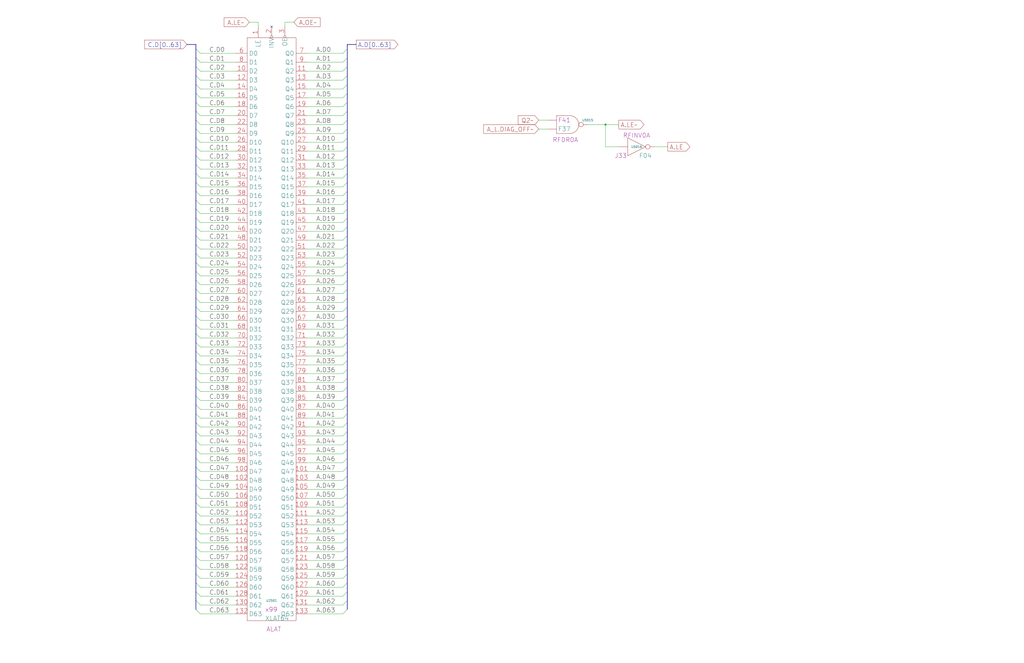
<source format=kicad_sch>
(kicad_sch (version 20230121) (generator eeschema)
  (paper "User" 584.2 378.46)
  (title_block (title "A LATCH") (date "22-MAR-90") (rev "1.0") (comment 1 "VALUE") (comment 2 "232-003063") (comment 3 "S400") (comment 4 "RELEASED"))
  (lib_symbols
    (symbol "r1000:F04" (pin_numbers hide) (pin_names hide)
      (property "Reference" "U" (at 0 0 0))
      (property "Value" "F04" (at 1.27 -5.08 0))
      (property "Location" "___" (at -12.7 -5.08 0))
      (property "Name" "______" (at 0 5.08 0))
      (symbol "F04_0_1"
        (polyline (pts (xy -7.62 0) (xy -5.08 0)) (stroke (width 0.1524)))
        (polyline (pts (xy -5.08 5.08) (xy -5.08 -5.08)) (stroke (width 0.1524)))
        (polyline (pts (xy 5.08 0) (xy -5.08 -5.08)) (stroke (width 0.1524)))
        (polyline (pts (xy 5.08 0) (xy -5.08 5.08)) (stroke (width 0.1524)))
        (circle (center 6.35 0) (radius 1.27) (stroke (width 0.1524)))
      )
      (symbol "F04_1_1"
        (pin input line (at -10.16 0 0) (length 2.54) (name "D0") (number "1"))
        (pin output line (at 10.16 0 180) (length 2.54) (name "Q") (number "2"))
      )
    )
    (symbol "r1000:F37" (pin_numbers hide) (pin_names (offset 0) hide)
      (property "Reference" "U" (at 15.24 0 0))
      (property "Value" "F37" (at 1.905 -5.08 0))
      (property "Location" "___" (at 1.905 0 0))
      (property "Name" "______" (at 2.54 -12.7 0))
      (symbol "F37_0_1"
        (polyline (pts (xy -2.54 -7.62) (xy 5.08 -7.62)) (stroke (width 0.1524)))
        (polyline (pts (xy -2.54 2.54) (xy -2.54 -7.62)) (stroke (width 0.1524)))
        (polyline (pts (xy -2.54 2.54) (xy 5.08 2.54)) (stroke (width 0.1524)))
        (arc (start 5.08 -7.62) (mid 10.1282 -2.54) (end 5.08 2.54) (stroke (width 0.1524)))
        (circle (center 11.43 -2.54) (radius 1.27) (stroke (width 0.1524)))
      )
      (symbol "F37_0_2"
        (circle (center -3.81 -5.08) (radius 1.27) (stroke (width 0.1524)))
        (circle (center -3.81 0) (radius 1.27) (stroke (width 0.1524)))
        (arc (start -3.175 -7.62) (mid -2.134 -2.54) (end -3.175 2.54) (stroke (width 0.1524)))
        (polyline (pts (xy -3.175 -7.62) (xy 3.81 -7.62)) (stroke (width 0.1524)))
        (polyline (pts (xy -3.175 2.54) (xy 3.81 2.54)) (stroke (width 0.1524)))
        (arc (start 3.81 -7.62) (mid 7.5855 -5.8306) (end 10.16 -2.54) (stroke (width 0.1524)))
        (arc (start 10.16 -2.54) (mid 7.5827 0.7471) (end 3.81 2.54) (stroke (width 0.1524)))
      )
      (symbol "F37_1_1"
        (pin input line (at -7.62 0 0) (length 5.08) (name "D0") (number "1"))
        (pin input line (at -7.62 -5.08 0) (length 5.08) (name "D1") (number "2"))
        (pin output line (at 15.24 -2.54 180) (length 2.54) (name "Q") (number "3"))
      )
      (symbol "F37_1_2"
        (pin input line (at -7.62 0 0) (length 2.54) (name "D0") (number "1"))
        (pin input line (at -7.62 -5.08 0) (length 2.54) (name "D1") (number "2"))
        (pin output line (at 15.24 -2.54 180) (length 5.08) (name "Q") (number "3"))
      )
    )
    (symbol "r1000:XLAT64" (pin_names (offset 1.016))
      (property "Reference" "U" (at 2.54 5.08 0))
      (property "Value" "XLAT64" (at -1.27 -5.08 0))
      (property "Location" "___" (at -1.27 0 0))
      (property "Name" "______" (at 3.81 -12.7 0))
      (symbol "XLAT64_1_1"
        (rectangle (start -11.43 326.39) (end 16.51 -6.35))
        (circle (center 2.54 327.025) (radius 0.635))
        (circle (center 10.16 327.025) (radius 0.635))
        (pin input line (at -5.08 332.74 270) (length 6.35) (name "LE") (number "1"))
        (pin input line (at -17.78 307.34 0) (length 6.35) (name "D2") (number "10"))
        (pin input line (at -17.78 78.74 0) (length 6.35) (name "D47") (number "100"))
        (pin tri_state line (at 22.86 78.74 180) (length 6.35) (name "Q47") (number "101"))
        (pin input line (at -17.78 73.66 0) (length 6.35) (name "D48") (number "102"))
        (pin tri_state line (at 22.86 73.66 180) (length 6.35) (name "Q48") (number "103"))
        (pin input line (at -17.78 68.58 0) (length 6.35) (name "D49") (number "104"))
        (pin tri_state line (at 22.86 68.58 180) (length 6.35) (name "Q49") (number "105"))
        (pin input line (at -17.78 63.5 0) (length 6.35) (name "D50") (number "106"))
        (pin tri_state line (at 22.86 63.5 180) (length 6.35) (name "Q50") (number "107"))
        (pin input line (at -17.78 58.42 0) (length 6.35) (name "D51") (number "108"))
        (pin tri_state line (at 22.86 58.42 180) (length 6.35) (name "Q51") (number "109"))
        (pin tri_state line (at 22.86 307.34 180) (length 6.35) (name "Q2") (number "11"))
        (pin input line (at -17.78 53.34 0) (length 6.35) (name "D52") (number "110"))
        (pin tri_state line (at 22.86 53.34 180) (length 6.35) (name "Q52") (number "111"))
        (pin input line (at -17.78 48.26 0) (length 6.35) (name "D53") (number "112"))
        (pin tri_state line (at 22.86 48.26 180) (length 6.35) (name "Q53") (number "113"))
        (pin input line (at -17.78 43.18 0) (length 6.35) (name "D54") (number "114"))
        (pin tri_state line (at 22.86 43.18 180) (length 6.35) (name "Q54") (number "115"))
        (pin input line (at -17.78 38.1 0) (length 6.35) (name "D55") (number "116"))
        (pin tri_state line (at 22.86 38.1 180) (length 6.35) (name "Q55") (number "117"))
        (pin input line (at -17.78 33.02 0) (length 6.35) (name "D56") (number "118"))
        (pin tri_state line (at 22.86 33.02 180) (length 6.35) (name "Q56") (number "119"))
        (pin input line (at -17.78 302.26 0) (length 6.35) (name "D3") (number "12"))
        (pin input line (at -17.78 27.94 0) (length 6.35) (name "D57") (number "120"))
        (pin tri_state line (at 22.86 27.94 180) (length 6.35) (name "Q57") (number "121"))
        (pin input line (at -17.78 22.86 0) (length 6.35) (name "D58") (number "122"))
        (pin tri_state line (at 22.86 22.86 180) (length 6.35) (name "Q58") (number "123"))
        (pin input line (at -17.78 17.78 0) (length 6.35) (name "D59") (number "124"))
        (pin tri_state line (at 22.86 17.78 180) (length 6.35) (name "Q59") (number "125"))
        (pin input line (at -17.78 12.7 0) (length 6.35) (name "D60") (number "126"))
        (pin tri_state line (at 22.86 12.7 180) (length 6.35) (name "Q60") (number "127"))
        (pin input line (at -17.78 7.62 0) (length 6.35) (name "D61") (number "128"))
        (pin tri_state line (at 22.86 7.62 180) (length 6.35) (name "Q61") (number "129"))
        (pin tri_state line (at 22.86 302.26 180) (length 6.35) (name "Q3") (number "13"))
        (pin input line (at -17.78 2.54 0) (length 6.35) (name "D62") (number "130"))
        (pin tri_state line (at 22.86 2.54 180) (length 6.35) (name "Q62") (number "131"))
        (pin input line (at -17.78 -2.54 0) (length 6.35) (name "D63") (number "132"))
        (pin tri_state line (at 22.86 -2.54 180) (length 6.35) (name "Q63") (number "133"))
        (pin input line (at -17.78 297.18 0) (length 6.35) (name "D4") (number "14"))
        (pin tri_state line (at 22.86 297.18 180) (length 6.35) (name "Q4") (number "15"))
        (pin input line (at -17.78 292.1 0) (length 6.35) (name "D5") (number "16"))
        (pin tri_state line (at 22.86 292.1 180) (length 6.35) (name "Q5") (number "17"))
        (pin input line (at -17.78 287.02 0) (length 6.35) (name "D6") (number "18"))
        (pin tri_state line (at 22.86 287.02 180) (length 6.35) (name "Q6") (number "19"))
        (pin input line (at 2.54 332.74 270) (length 5.08) (name "INV") (number "2"))
        (pin input line (at -17.78 281.94 0) (length 6.35) (name "D7") (number "20"))
        (pin tri_state line (at 22.86 281.94 180) (length 6.35) (name "Q7") (number "21"))
        (pin input line (at -17.78 276.86 0) (length 6.35) (name "D8") (number "22"))
        (pin tri_state line (at 22.86 276.86 180) (length 6.35) (name "Q8") (number "23"))
        (pin input line (at -17.78 271.78 0) (length 6.35) (name "D9") (number "24"))
        (pin tri_state line (at 22.86 271.78 180) (length 6.35) (name "Q9") (number "25"))
        (pin input line (at -17.78 266.7 0) (length 6.35) (name "D10") (number "26"))
        (pin tri_state line (at 22.86 266.7 180) (length 6.35) (name "Q10") (number "27"))
        (pin input line (at -17.78 261.62 0) (length 6.35) (name "D11") (number "28"))
        (pin tri_state line (at 22.86 261.62 180) (length 6.35) (name "Q11") (number "29"))
        (pin input line (at 10.16 332.74 270) (length 5.08) (name "OE") (number "3"))
        (pin input line (at -17.78 256.54 0) (length 6.35) (name "D12") (number "30"))
        (pin tri_state line (at 22.86 256.54 180) (length 6.35) (name "Q12") (number "31"))
        (pin input line (at -17.78 251.46 0) (length 6.35) (name "D13") (number "32"))
        (pin tri_state line (at 22.86 251.46 180) (length 6.35) (name "Q13") (number "33"))
        (pin input line (at -17.78 246.38 0) (length 6.35) (name "D14") (number "34"))
        (pin tri_state line (at 22.86 246.38 180) (length 6.35) (name "Q14") (number "35"))
        (pin input line (at -17.78 241.3 0) (length 6.35) (name "D15") (number "36"))
        (pin tri_state line (at 22.86 241.3 180) (length 6.35) (name "Q15") (number "37"))
        (pin input line (at -17.78 236.22 0) (length 6.35) (name "D16") (number "38"))
        (pin tri_state line (at 22.86 236.22 180) (length 6.35) (name "Q16") (number "39"))
        (pin input line (at -17.78 231.14 0) (length 6.35) (name "D17") (number "40"))
        (pin tri_state line (at 22.86 231.14 180) (length 6.35) (name "Q17") (number "41"))
        (pin input line (at -17.78 226.06 0) (length 6.35) (name "D18") (number "42"))
        (pin tri_state line (at 22.86 226.06 180) (length 6.35) (name "Q18") (number "43"))
        (pin input line (at -17.78 220.98 0) (length 6.35) (name "D19") (number "44"))
        (pin tri_state line (at 22.86 220.98 180) (length 6.35) (name "Q19") (number "45"))
        (pin input line (at -17.78 215.9 0) (length 6.35) (name "D20") (number "46"))
        (pin tri_state line (at 22.86 215.9 180) (length 6.35) (name "Q20") (number "47"))
        (pin input line (at -17.78 210.82 0) (length 6.35) (name "D21") (number "48"))
        (pin tri_state line (at 22.86 210.82 180) (length 6.35) (name "Q21") (number "49"))
        (pin input line (at -17.78 205.74 0) (length 6.35) (name "D22") (number "50"))
        (pin tri_state line (at 22.86 205.74 180) (length 6.35) (name "Q22") (number "51"))
        (pin input line (at -17.78 200.66 0) (length 6.35) (name "D23") (number "52"))
        (pin tri_state line (at 22.86 200.66 180) (length 6.35) (name "Q23") (number "53"))
        (pin input line (at -17.78 195.58 0) (length 6.35) (name "D24") (number "54"))
        (pin tri_state line (at 22.86 195.58 180) (length 6.35) (name "Q24") (number "55"))
        (pin input line (at -17.78 190.5 0) (length 6.35) (name "D25") (number "56"))
        (pin tri_state line (at 22.86 190.5 180) (length 6.35) (name "Q25") (number "57"))
        (pin input line (at -17.78 185.42 0) (length 6.35) (name "D26") (number "58"))
        (pin tri_state line (at 22.86 185.42 180) (length 6.35) (name "Q26") (number "59"))
        (pin input line (at -17.78 317.5 0) (length 6.35) (name "D0") (number "6"))
        (pin input line (at -17.78 180.34 0) (length 6.35) (name "D27") (number "60"))
        (pin tri_state line (at 22.86 180.34 180) (length 6.35) (name "Q27") (number "61"))
        (pin input line (at -17.78 175.26 0) (length 6.35) (name "D28") (number "62"))
        (pin tri_state line (at 22.86 175.26 180) (length 6.35) (name "Q28") (number "63"))
        (pin input line (at -17.78 170.18 0) (length 6.35) (name "D29") (number "64"))
        (pin tri_state line (at 22.86 170.18 180) (length 6.35) (name "Q29") (number "65"))
        (pin input line (at -17.78 165.1 0) (length 6.35) (name "D30") (number "66"))
        (pin tri_state line (at 22.86 165.1 180) (length 6.35) (name "Q30") (number "67"))
        (pin input line (at -17.78 160.02 0) (length 6.35) (name "D31") (number "68"))
        (pin tri_state line (at 22.86 160.02 180) (length 6.35) (name "Q31") (number "69"))
        (pin tri_state line (at 22.86 317.5 180) (length 6.35) (name "Q0") (number "7"))
        (pin input line (at -17.78 154.94 0) (length 6.35) (name "D32") (number "70"))
        (pin tri_state line (at 22.86 154.94 180) (length 6.35) (name "Q32") (number "71"))
        (pin input line (at -17.78 149.86 0) (length 6.35) (name "D33") (number "72"))
        (pin tri_state line (at 22.86 149.86 180) (length 6.35) (name "Q33") (number "73"))
        (pin input line (at -17.78 144.78 0) (length 6.35) (name "D34") (number "74"))
        (pin tri_state line (at 22.86 144.78 180) (length 6.35) (name "Q34") (number "75"))
        (pin input line (at -17.78 139.7 0) (length 6.35) (name "D35") (number "76"))
        (pin tri_state line (at 22.86 139.7 180) (length 6.35) (name "Q35") (number "77"))
        (pin input line (at -17.78 134.62 0) (length 6.35) (name "D36") (number "78"))
        (pin tri_state line (at 22.86 134.62 180) (length 6.35) (name "Q36") (number "79"))
        (pin input line (at -17.78 312.42 0) (length 6.35) (name "D1") (number "8"))
        (pin input line (at -17.78 129.54 0) (length 6.35) (name "D37") (number "80"))
        (pin tri_state line (at 22.86 129.54 180) (length 6.35) (name "Q37") (number "81"))
        (pin input line (at -17.78 124.46 0) (length 6.35) (name "D38") (number "82"))
        (pin tri_state line (at 22.86 124.46 180) (length 6.35) (name "Q38") (number "83"))
        (pin input line (at -17.78 119.38 0) (length 6.35) (name "D39") (number "84"))
        (pin tri_state line (at 22.86 119.38 180) (length 6.35) (name "Q39") (number "85"))
        (pin input line (at -17.78 114.3 0) (length 6.35) (name "D40") (number "86"))
        (pin tri_state line (at 22.86 114.3 180) (length 6.35) (name "Q40") (number "87"))
        (pin input line (at -17.78 109.22 0) (length 6.35) (name "D41") (number "88"))
        (pin tri_state line (at 22.86 109.22 180) (length 6.35) (name "Q41") (number "89"))
        (pin tri_state line (at 22.86 312.42 180) (length 6.35) (name "Q1") (number "9"))
        (pin input line (at -17.78 104.14 0) (length 6.35) (name "D42") (number "90"))
        (pin tri_state line (at 22.86 104.14 180) (length 6.35) (name "Q42") (number "91"))
        (pin input line (at -17.78 99.06 0) (length 6.35) (name "D43") (number "92"))
        (pin tri_state line (at 22.86 99.06 180) (length 6.35) (name "Q43") (number "93"))
        (pin input line (at -17.78 93.98 0) (length 6.35) (name "D44") (number "94"))
        (pin tri_state line (at 22.86 93.98 180) (length 6.35) (name "Q44") (number "95"))
        (pin input line (at -17.78 88.9 0) (length 6.35) (name "D45") (number "96"))
        (pin tri_state line (at 22.86 88.9 180) (length 6.35) (name "Q45") (number "97"))
        (pin input line (at -17.78 83.82 0) (length 6.35) (name "D46") (number "98"))
        (pin tri_state line (at 22.86 83.82 180) (length 6.35) (name "Q46") (number "99"))
      )
    )
  )
  (junction (at 345.44 71.12))
  (no_connect (at 154.94 15.24))
  (bus_entry (at 111.76 38.1) (size 2.54 2.54))
  (bus_entry (at 111.76 210.82) (size 2.54 2.54))
  (bus_entry (at 111.76 63.5) (size 2.54 2.54))
  (bus_entry (at 198.12 78.74) (size -2.54 2.54))
  (bus_entry (at 111.76 185.42) (size 2.54 2.54))
  (bus_entry (at 198.12 332.74) (size -2.54 2.54))
  (bus_entry (at 111.76 99.06) (size 2.54 2.54))
  (bus_entry (at 111.76 180.34) (size 2.54 2.54))
  (bus_entry (at 111.76 33.02) (size 2.54 2.54))
  (bus_entry (at 111.76 190.5) (size 2.54 2.54))
  (bus_entry (at 111.76 200.66) (size 2.54 2.54))
  (bus_entry (at 198.12 266.7) (size -2.54 2.54))
  (bus_entry (at 111.76 342.9) (size 2.54 2.54))
  (bus_entry (at 111.76 175.26) (size 2.54 2.54))
  (bus_entry (at 198.12 205.74) (size -2.54 2.54))
  (bus_entry (at 111.76 251.46) (size 2.54 2.54))
  (bus_entry (at 198.12 124.46) (size -2.54 2.54))
  (bus_entry (at 111.76 48.26) (size 2.54 2.54))
  (bus_entry (at 198.12 190.5) (size -2.54 2.54))
  (bus_entry (at 198.12 195.58) (size -2.54 2.54))
  (bus_entry (at 198.12 347.98) (size -2.54 2.54))
  (bus_entry (at 198.12 58.42) (size -2.54 2.54))
  (bus_entry (at 111.76 170.18) (size 2.54 2.54))
  (bus_entry (at 198.12 104.14) (size -2.54 2.54))
  (bus_entry (at 111.76 160.02) (size 2.54 2.54))
  (bus_entry (at 198.12 134.62) (size -2.54 2.54))
  (bus_entry (at 111.76 292.1) (size 2.54 2.54))
  (bus_entry (at 111.76 261.62) (size 2.54 2.54))
  (bus_entry (at 111.76 109.22) (size 2.54 2.54))
  (bus_entry (at 111.76 256.54) (size 2.54 2.54))
  (bus_entry (at 111.76 93.98) (size 2.54 2.54))
  (bus_entry (at 111.76 205.74) (size 2.54 2.54))
  (bus_entry (at 198.12 160.02) (size -2.54 2.54))
  (bus_entry (at 198.12 322.58) (size -2.54 2.54))
  (bus_entry (at 111.76 287.02) (size 2.54 2.54))
  (bus_entry (at 198.12 139.7) (size -2.54 2.54))
  (bus_entry (at 111.76 149.86) (size 2.54 2.54))
  (bus_entry (at 198.12 48.26) (size -2.54 2.54))
  (bus_entry (at 198.12 220.98) (size -2.54 2.54))
  (bus_entry (at 111.76 246.38) (size 2.54 2.54))
  (bus_entry (at 198.12 180.34) (size -2.54 2.54))
  (bus_entry (at 111.76 281.94) (size 2.54 2.54))
  (bus_entry (at 198.12 241.3) (size -2.54 2.54))
  (bus_entry (at 198.12 129.54) (size -2.54 2.54))
  (bus_entry (at 111.76 165.1) (size 2.54 2.54))
  (bus_entry (at 111.76 53.34) (size 2.54 2.54))
  (bus_entry (at 111.76 312.42) (size 2.54 2.54))
  (bus_entry (at 111.76 83.82) (size 2.54 2.54))
  (bus_entry (at 198.12 109.22) (size -2.54 2.54))
  (bus_entry (at 111.76 271.78) (size 2.54 2.54))
  (bus_entry (at 111.76 104.14) (size 2.54 2.54))
  (bus_entry (at 198.12 170.18) (size -2.54 2.54))
  (bus_entry (at 111.76 78.74) (size 2.54 2.54))
  (bus_entry (at 198.12 276.86) (size -2.54 2.54))
  (bus_entry (at 198.12 175.26) (size -2.54 2.54))
  (bus_entry (at 198.12 33.02) (size -2.54 2.54))
  (bus_entry (at 198.12 327.66) (size -2.54 2.54))
  (bus_entry (at 111.76 337.82) (size 2.54 2.54))
  (bus_entry (at 111.76 139.7) (size 2.54 2.54))
  (bus_entry (at 198.12 271.78) (size -2.54 2.54))
  (bus_entry (at 111.76 68.58) (size 2.54 2.54))
  (bus_entry (at 198.12 27.94) (size -2.54 2.54))
  (bus_entry (at 198.12 342.9) (size -2.54 2.54))
  (bus_entry (at 198.12 93.98) (size -2.54 2.54))
  (bus_entry (at 198.12 317.5) (size -2.54 2.54))
  (bus_entry (at 198.12 287.02) (size -2.54 2.54))
  (bus_entry (at 198.12 200.66) (size -2.54 2.54))
  (bus_entry (at 111.76 124.46) (size 2.54 2.54))
  (bus_entry (at 111.76 119.38) (size 2.54 2.54))
  (bus_entry (at 198.12 302.26) (size -2.54 2.54))
  (bus_entry (at 198.12 231.14) (size -2.54 2.54))
  (bus_entry (at 198.12 38.1) (size -2.54 2.54))
  (bus_entry (at 198.12 307.34) (size -2.54 2.54))
  (bus_entry (at 111.76 144.78) (size 2.54 2.54))
  (bus_entry (at 198.12 144.78) (size -2.54 2.54))
  (bus_entry (at 111.76 220.98) (size 2.54 2.54))
  (bus_entry (at 198.12 165.1) (size -2.54 2.54))
  (bus_entry (at 111.76 215.9) (size 2.54 2.54))
  (bus_entry (at 111.76 231.14) (size 2.54 2.54))
  (bus_entry (at 198.12 337.82) (size -2.54 2.54))
  (bus_entry (at 198.12 99.06) (size -2.54 2.54))
  (bus_entry (at 111.76 307.34) (size 2.54 2.54))
  (bus_entry (at 111.76 226.06) (size 2.54 2.54))
  (bus_entry (at 111.76 317.5) (size 2.54 2.54))
  (bus_entry (at 198.12 312.42) (size -2.54 2.54))
  (bus_entry (at 198.12 83.82) (size -2.54 2.54))
  (bus_entry (at 198.12 246.38) (size -2.54 2.54))
  (bus_entry (at 111.76 195.58) (size 2.54 2.54))
  (bus_entry (at 198.12 53.34) (size -2.54 2.54))
  (bus_entry (at 198.12 297.18) (size -2.54 2.54))
  (bus_entry (at 111.76 27.94) (size 2.54 2.54))
  (bus_entry (at 111.76 73.66) (size 2.54 2.54))
  (bus_entry (at 111.76 129.54) (size 2.54 2.54))
  (bus_entry (at 111.76 297.18) (size 2.54 2.54))
  (bus_entry (at 111.76 236.22) (size 2.54 2.54))
  (bus_entry (at 198.12 292.1) (size -2.54 2.54))
  (bus_entry (at 198.12 236.22) (size -2.54 2.54))
  (bus_entry (at 111.76 241.3) (size 2.54 2.54))
  (bus_entry (at 198.12 114.3) (size -2.54 2.54))
  (bus_entry (at 111.76 114.3) (size 2.54 2.54))
  (bus_entry (at 198.12 185.42) (size -2.54 2.54))
  (bus_entry (at 111.76 347.98) (size 2.54 2.54))
  (bus_entry (at 111.76 276.86) (size 2.54 2.54))
  (bus_entry (at 111.76 322.58) (size 2.54 2.54))
  (bus_entry (at 111.76 134.62) (size 2.54 2.54))
  (bus_entry (at 111.76 327.66) (size 2.54 2.54))
  (bus_entry (at 198.12 88.9) (size -2.54 2.54))
  (bus_entry (at 198.12 149.86) (size -2.54 2.54))
  (bus_entry (at 198.12 154.94) (size -2.54 2.54))
  (bus_entry (at 198.12 119.38) (size -2.54 2.54))
  (bus_entry (at 111.76 266.7) (size 2.54 2.54))
  (bus_entry (at 111.76 302.26) (size 2.54 2.54))
  (bus_entry (at 111.76 43.18) (size 2.54 2.54))
  (bus_entry (at 111.76 88.9) (size 2.54 2.54))
  (bus_entry (at 198.12 215.9) (size -2.54 2.54))
  (bus_entry (at 198.12 251.46) (size -2.54 2.54))
  (bus_entry (at 111.76 58.42) (size 2.54 2.54))
  (bus_entry (at 198.12 73.66) (size -2.54 2.54))
  (bus_entry (at 198.12 68.58) (size -2.54 2.54))
  (bus_entry (at 198.12 281.94) (size -2.54 2.54))
  (bus_entry (at 198.12 256.54) (size -2.54 2.54))
  (bus_entry (at 111.76 154.94) (size 2.54 2.54))
  (bus_entry (at 198.12 210.82) (size -2.54 2.54))
  (bus_entry (at 198.12 43.18) (size -2.54 2.54))
  (bus_entry (at 198.12 261.62) (size -2.54 2.54))
  (bus_entry (at 198.12 63.5) (size -2.54 2.54))
  (bus_entry (at 111.76 332.74) (size 2.54 2.54))
  (bus_entry (at 198.12 226.06) (size -2.54 2.54))
  (bus (pts (xy 111.76 266.7) (xy 111.76 271.78)))
  (bus (pts (xy 111.76 154.94) (xy 111.76 160.02)))
  (wire (pts (xy 114.3 127) (xy 134.62 127)))
  (wire (pts (xy 175.26 60.96) (xy 195.58 60.96)))
  (bus (pts (xy 198.12 160.02) (xy 198.12 165.1)))
  (wire (pts (xy 114.3 274.32) (xy 134.62 274.32)))
  (bus (pts (xy 111.76 307.34) (xy 111.76 312.42)))
  (bus (pts (xy 111.76 185.42) (xy 111.76 190.5)))
  (wire (pts (xy 114.3 350.52) (xy 134.62 350.52)))
  (wire (pts (xy 114.3 60.96) (xy 134.62 60.96)))
  (bus (pts (xy 198.12 332.74) (xy 198.12 337.82)))
  (wire (pts (xy 114.3 304.8) (xy 134.62 304.8)))
  (bus (pts (xy 111.76 281.94) (xy 111.76 287.02)))
  (bus (pts (xy 198.12 63.5) (xy 198.12 68.58)))
  (wire (pts (xy 114.3 218.44) (xy 134.62 218.44)))
  (wire (pts (xy 114.3 45.72) (xy 134.62 45.72)))
  (wire (pts (xy 175.26 208.28) (xy 195.58 208.28)))
  (bus (pts (xy 111.76 220.98) (xy 111.76 226.06)))
  (wire (pts (xy 114.3 35.56) (xy 134.62 35.56)))
  (bus (pts (xy 111.76 195.58) (xy 111.76 200.66)))
  (wire (pts (xy 114.3 162.56) (xy 134.62 162.56)))
  (wire (pts (xy 175.26 259.08) (xy 195.58 259.08)))
  (wire (pts (xy 175.26 50.8) (xy 195.58 50.8)))
  (bus (pts (xy 111.76 215.9) (xy 111.76 220.98)))
  (wire (pts (xy 175.26 147.32) (xy 195.58 147.32)))
  (wire (pts (xy 114.3 279.4) (xy 134.62 279.4)))
  (wire (pts (xy 175.26 45.72) (xy 195.58 45.72)))
  (wire (pts (xy 114.3 238.76) (xy 134.62 238.76)))
  (wire (pts (xy 175.26 335.28) (xy 195.58 335.28)))
  (bus (pts (xy 111.76 292.1) (xy 111.76 297.18)))
  (bus (pts (xy 198.12 297.18) (xy 198.12 302.26)))
  (wire (pts (xy 175.26 325.12) (xy 195.58 325.12)))
  (wire (pts (xy 114.3 96.52) (xy 134.62 96.52)))
  (bus (pts (xy 198.12 27.94) (xy 198.12 33.02)))
  (bus (pts (xy 198.12 281.94) (xy 198.12 287.02)))
  (wire (pts (xy 114.3 66.04) (xy 134.62 66.04)))
  (bus (pts (xy 111.76 241.3) (xy 111.76 246.38)))
  (wire (pts (xy 175.26 314.96) (xy 195.58 314.96)))
  (wire (pts (xy 114.3 152.4) (xy 134.62 152.4)))
  (bus (pts (xy 111.76 205.74) (xy 111.76 210.82)))
  (bus (pts (xy 198.12 58.42) (xy 198.12 63.5)))
  (wire (pts (xy 175.26 142.24) (xy 195.58 142.24)))
  (bus (pts (xy 106.68 25.4) (xy 111.76 25.4)))
  (wire (pts (xy 175.26 274.32) (xy 195.58 274.32)))
  (bus (pts (xy 198.12 53.34) (xy 198.12 58.42)))
  (bus (pts (xy 198.12 185.42) (xy 198.12 190.5)))
  (wire (pts (xy 147.32 12.7) (xy 147.32 15.24)))
  (bus (pts (xy 198.12 327.66) (xy 198.12 332.74)))
  (wire (pts (xy 175.26 254) (xy 195.58 254)))
  (bus (pts (xy 111.76 256.54) (xy 111.76 261.62)))
  (wire (pts (xy 175.26 187.96) (xy 195.58 187.96)))
  (bus (pts (xy 111.76 109.22) (xy 111.76 114.3)))
  (bus (pts (xy 198.12 78.74) (xy 198.12 83.82)))
  (bus (pts (xy 198.12 322.58) (xy 198.12 327.66)))
  (bus (pts (xy 111.76 297.18) (xy 111.76 302.26)))
  (bus (pts (xy 198.12 25.4) (xy 198.12 27.94)))
  (bus (pts (xy 111.76 83.82) (xy 111.76 88.9)))
  (wire (pts (xy 175.26 71.12) (xy 195.58 71.12)))
  (wire (pts (xy 175.26 91.44) (xy 195.58 91.44)))
  (wire (pts (xy 175.26 66.04) (xy 195.58 66.04)))
  (wire (pts (xy 175.26 269.24) (xy 195.58 269.24)))
  (wire (pts (xy 114.3 289.56) (xy 134.62 289.56)))
  (wire (pts (xy 114.3 259.08) (xy 134.62 259.08)))
  (wire (pts (xy 175.26 172.72) (xy 195.58 172.72)))
  (bus (pts (xy 111.76 200.66) (xy 111.76 205.74)))
  (wire (pts (xy 167.64 12.7) (xy 162.56 12.7)))
  (wire (pts (xy 175.26 106.68) (xy 195.58 106.68)))
  (wire (pts (xy 114.3 157.48) (xy 134.62 157.48)))
  (bus (pts (xy 111.76 68.58) (xy 111.76 73.66)))
  (wire (pts (xy 114.3 40.64) (xy 134.62 40.64)))
  (wire (pts (xy 114.3 132.08) (xy 134.62 132.08)))
  (wire (pts (xy 114.3 198.12) (xy 134.62 198.12)))
  (wire (pts (xy 114.3 86.36) (xy 134.62 86.36)))
  (wire (pts (xy 175.26 279.4) (xy 195.58 279.4)))
  (bus (pts (xy 198.12 38.1) (xy 198.12 43.18)))
  (bus (pts (xy 111.76 33.02) (xy 111.76 38.1)))
  (wire (pts (xy 114.3 50.8) (xy 134.62 50.8)))
  (wire (pts (xy 114.3 182.88) (xy 134.62 182.88)))
  (wire (pts (xy 175.26 177.8) (xy 195.58 177.8)))
  (wire (pts (xy 114.3 269.24) (xy 134.62 269.24)))
  (wire (pts (xy 114.3 330.2) (xy 134.62 330.2)))
  (wire (pts (xy 114.3 254) (xy 134.62 254)))
  (wire (pts (xy 175.26 350.52) (xy 195.58 350.52)))
  (wire (pts (xy 175.26 137.16) (xy 195.58 137.16)))
  (bus (pts (xy 111.76 114.3) (xy 111.76 119.38)))
  (bus (pts (xy 111.76 124.46) (xy 111.76 129.54)))
  (wire (pts (xy 114.3 223.52) (xy 134.62 223.52)))
  (wire (pts (xy 175.26 299.72) (xy 195.58 299.72)))
  (bus (pts (xy 111.76 78.74) (xy 111.76 83.82)))
  (bus (pts (xy 198.12 43.18) (xy 198.12 48.26)))
  (bus (pts (xy 198.12 124.46) (xy 198.12 129.54)))
  (bus (pts (xy 111.76 134.62) (xy 111.76 139.7)))
  (wire (pts (xy 345.44 71.12) (xy 345.44 83.82)))
  (bus (pts (xy 111.76 25.4) (xy 111.76 27.94)))
  (wire (pts (xy 175.26 203.2) (xy 195.58 203.2)))
  (wire (pts (xy 114.3 91.44) (xy 134.62 91.44)))
  (wire (pts (xy 175.26 294.64) (xy 195.58 294.64)))
  (wire (pts (xy 114.3 187.96) (xy 134.62 187.96)))
  (wire (pts (xy 175.26 248.92) (xy 195.58 248.92)))
  (bus (pts (xy 111.76 63.5) (xy 111.76 68.58)))
  (wire (pts (xy 175.26 121.92) (xy 195.58 121.92)))
  (bus (pts (xy 198.12 88.9) (xy 198.12 93.98)))
  (wire (pts (xy 175.26 284.48) (xy 195.58 284.48)))
  (bus (pts (xy 198.12 261.62) (xy 198.12 266.7)))
  (wire (pts (xy 114.3 208.28) (xy 134.62 208.28)))
  (wire (pts (xy 114.3 335.28) (xy 134.62 335.28)))
  (wire (pts (xy 162.56 12.7) (xy 162.56 15.24)))
  (wire (pts (xy 175.26 127) (xy 195.58 127)))
  (bus (pts (xy 111.76 271.78) (xy 111.76 276.86)))
  (bus (pts (xy 111.76 302.26) (xy 111.76 307.34)))
  (wire (pts (xy 114.3 309.88) (xy 134.62 309.88)))
  (wire (pts (xy 175.26 213.36) (xy 195.58 213.36)))
  (bus (pts (xy 198.12 134.62) (xy 198.12 139.7)))
  (wire (pts (xy 373.38 83.82) (xy 381 83.82)))
  (bus (pts (xy 198.12 271.78) (xy 198.12 276.86)))
  (wire (pts (xy 175.26 193.04) (xy 195.58 193.04)))
  (bus (pts (xy 111.76 99.06) (xy 111.76 104.14)))
  (bus (pts (xy 198.12 73.66) (xy 198.12 78.74)))
  (wire (pts (xy 114.3 193.04) (xy 134.62 193.04)))
  (bus (pts (xy 111.76 246.38) (xy 111.76 251.46)))
  (wire (pts (xy 175.26 96.52) (xy 195.58 96.52)))
  (bus (pts (xy 198.12 215.9) (xy 198.12 220.98)))
  (bus (pts (xy 111.76 119.38) (xy 111.76 124.46)))
  (wire (pts (xy 114.3 116.84) (xy 134.62 116.84)))
  (bus (pts (xy 111.76 251.46) (xy 111.76 256.54)))
  (bus (pts (xy 198.12 312.42) (xy 198.12 317.5)))
  (bus (pts (xy 198.12 144.78) (xy 198.12 149.86)))
  (bus (pts (xy 111.76 236.22) (xy 111.76 241.3)))
  (bus (pts (xy 198.12 246.38) (xy 198.12 251.46)))
  (bus (pts (xy 198.12 48.26) (xy 198.12 53.34)))
  (bus (pts (xy 111.76 43.18) (xy 111.76 48.26)))
  (bus (pts (xy 198.12 251.46) (xy 198.12 256.54)))
  (bus (pts (xy 198.12 170.18) (xy 198.12 175.26)))
  (bus (pts (xy 111.76 139.7) (xy 111.76 144.78)))
  (wire (pts (xy 175.26 167.64) (xy 195.58 167.64)))
  (bus (pts (xy 198.12 220.98) (xy 198.12 226.06)))
  (wire (pts (xy 114.3 314.96) (xy 134.62 314.96)))
  (bus (pts (xy 111.76 160.02) (xy 111.76 165.1)))
  (bus (pts (xy 111.76 276.86) (xy 111.76 281.94)))
  (wire (pts (xy 114.3 76.2) (xy 134.62 76.2)))
  (bus (pts (xy 111.76 165.1) (xy 111.76 170.18)))
  (bus (pts (xy 198.12 307.34) (xy 198.12 312.42)))
  (bus (pts (xy 198.12 302.26) (xy 198.12 307.34)))
  (bus (pts (xy 111.76 327.66) (xy 111.76 332.74)))
  (wire (pts (xy 114.3 203.2) (xy 134.62 203.2)))
  (wire (pts (xy 114.3 55.88) (xy 134.62 55.88)))
  (wire (pts (xy 175.26 162.56) (xy 195.58 162.56)))
  (bus (pts (xy 198.12 93.98) (xy 198.12 99.06)))
  (wire (pts (xy 175.26 340.36) (xy 195.58 340.36)))
  (wire (pts (xy 307.34 68.58) (xy 312.42 68.58)))
  (bus (pts (xy 111.76 170.18) (xy 111.76 175.26)))
  (bus (pts (xy 111.76 261.62) (xy 111.76 266.7)))
  (wire (pts (xy 114.3 106.68) (xy 134.62 106.68)))
  (wire (pts (xy 175.26 238.76) (xy 195.58 238.76)))
  (wire (pts (xy 114.3 101.6) (xy 134.62 101.6)))
  (bus (pts (xy 198.12 256.54) (xy 198.12 261.62)))
  (wire (pts (xy 175.26 330.2) (xy 195.58 330.2)))
  (bus (pts (xy 111.76 144.78) (xy 111.76 149.86)))
  (bus (pts (xy 111.76 287.02) (xy 111.76 292.1)))
  (wire (pts (xy 142.24 12.7) (xy 147.32 12.7)))
  (bus (pts (xy 111.76 104.14) (xy 111.76 109.22)))
  (bus (pts (xy 111.76 53.34) (xy 111.76 58.42)))
  (bus (pts (xy 198.12 33.02) (xy 198.12 38.1)))
  (wire (pts (xy 114.3 71.12) (xy 134.62 71.12)))
  (bus (pts (xy 198.12 180.34) (xy 198.12 185.42)))
  (wire (pts (xy 175.26 345.44) (xy 195.58 345.44)))
  (bus (pts (xy 111.76 190.5) (xy 111.76 195.58)))
  (bus (pts (xy 111.76 73.66) (xy 111.76 78.74)))
  (wire (pts (xy 114.3 294.64) (xy 134.62 294.64)))
  (bus (pts (xy 198.12 292.1) (xy 198.12 297.18)))
  (bus (pts (xy 198.12 119.38) (xy 198.12 124.46)))
  (bus (pts (xy 203.2 25.4) (xy 198.12 25.4)))
  (bus (pts (xy 111.76 312.42) (xy 111.76 317.5)))
  (wire (pts (xy 175.26 55.88) (xy 195.58 55.88)))
  (wire (pts (xy 114.3 172.72) (xy 134.62 172.72)))
  (bus (pts (xy 111.76 332.74) (xy 111.76 337.82)))
  (wire (pts (xy 114.3 299.72) (xy 134.62 299.72)))
  (bus (pts (xy 198.12 342.9) (xy 198.12 347.98)))
  (wire (pts (xy 114.3 264.16) (xy 134.62 264.16)))
  (wire (pts (xy 114.3 213.36) (xy 134.62 213.36)))
  (wire (pts (xy 114.3 228.6) (xy 134.62 228.6)))
  (bus (pts (xy 198.12 337.82) (xy 198.12 342.9)))
  (wire (pts (xy 175.26 132.08) (xy 195.58 132.08)))
  (bus (pts (xy 111.76 149.86) (xy 111.76 154.94)))
  (wire (pts (xy 114.3 345.44) (xy 134.62 345.44)))
  (wire (pts (xy 114.3 284.48) (xy 134.62 284.48)))
  (wire (pts (xy 175.26 309.88) (xy 195.58 309.88)))
  (bus (pts (xy 111.76 231.14) (xy 111.76 236.22)))
  (wire (pts (xy 175.26 116.84) (xy 195.58 116.84)))
  (wire (pts (xy 114.3 30.48) (xy 134.62 30.48)))
  (bus (pts (xy 111.76 317.5) (xy 111.76 322.58)))
  (wire (pts (xy 114.3 167.64) (xy 134.62 167.64)))
  (bus (pts (xy 198.12 175.26) (xy 198.12 180.34)))
  (bus (pts (xy 111.76 342.9) (xy 111.76 347.98)))
  (bus (pts (xy 111.76 58.42) (xy 111.76 63.5)))
  (bus (pts (xy 111.76 38.1) (xy 111.76 43.18)))
  (bus (pts (xy 198.12 195.58) (xy 198.12 200.66)))
  (bus (pts (xy 198.12 266.7) (xy 198.12 271.78)))
  (bus (pts (xy 198.12 83.82) (xy 198.12 88.9)))
  (wire (pts (xy 175.26 152.4) (xy 195.58 152.4)))
  (bus (pts (xy 198.12 210.82) (xy 198.12 215.9)))
  (wire (pts (xy 114.3 248.92) (xy 134.62 248.92)))
  (wire (pts (xy 114.3 81.28) (xy 134.62 81.28)))
  (bus (pts (xy 111.76 226.06) (xy 111.76 231.14)))
  (bus (pts (xy 198.12 149.86) (xy 198.12 154.94)))
  (bus (pts (xy 198.12 104.14) (xy 198.12 109.22)))
  (wire (pts (xy 114.3 147.32) (xy 134.62 147.32)))
  (wire (pts (xy 175.26 182.88) (xy 195.58 182.88)))
  (bus (pts (xy 198.12 317.5) (xy 198.12 322.58)))
  (wire (pts (xy 175.26 111.76) (xy 195.58 111.76)))
  (wire (pts (xy 175.26 81.28) (xy 195.58 81.28)))
  (wire (pts (xy 175.26 40.64) (xy 195.58 40.64)))
  (bus (pts (xy 111.76 175.26) (xy 111.76 180.34)))
  (wire (pts (xy 345.44 71.12) (xy 353.06 71.12)))
  (wire (pts (xy 175.26 289.56) (xy 195.58 289.56)))
  (bus (pts (xy 198.12 139.7) (xy 198.12 144.78)))
  (bus (pts (xy 198.12 226.06) (xy 198.12 231.14)))
  (wire (pts (xy 114.3 233.68) (xy 134.62 233.68)))
  (bus (pts (xy 198.12 99.06) (xy 198.12 104.14)))
  (wire (pts (xy 175.26 233.68) (xy 195.58 233.68)))
  (wire (pts (xy 114.3 320.04) (xy 134.62 320.04)))
  (wire (pts (xy 114.3 243.84) (xy 134.62 243.84)))
  (wire (pts (xy 114.3 177.8) (xy 134.62 177.8)))
  (bus (pts (xy 198.12 165.1) (xy 198.12 170.18)))
  (bus (pts (xy 198.12 205.74) (xy 198.12 210.82)))
  (bus (pts (xy 198.12 287.02) (xy 198.12 292.1)))
  (wire (pts (xy 175.26 76.2) (xy 195.58 76.2)))
  (wire (pts (xy 175.26 223.52) (xy 195.58 223.52)))
  (wire (pts (xy 175.26 198.12) (xy 195.58 198.12)))
  (bus (pts (xy 198.12 200.66) (xy 198.12 205.74)))
  (wire (pts (xy 175.26 157.48) (xy 195.58 157.48)))
  (bus (pts (xy 111.76 322.58) (xy 111.76 327.66)))
  (wire (pts (xy 335.28 71.12) (xy 345.44 71.12)))
  (wire (pts (xy 114.3 325.12) (xy 134.62 325.12)))
  (bus (pts (xy 198.12 236.22) (xy 198.12 241.3)))
  (wire (pts (xy 114.3 137.16) (xy 134.62 137.16)))
  (wire (pts (xy 175.26 304.8) (xy 195.58 304.8)))
  (bus (pts (xy 198.12 68.58) (xy 198.12 73.66)))
  (wire (pts (xy 114.3 111.76) (xy 134.62 111.76)))
  (bus (pts (xy 111.76 337.82) (xy 111.76 342.9)))
  (wire (pts (xy 175.26 320.04) (xy 195.58 320.04)))
  (bus (pts (xy 111.76 88.9) (xy 111.76 93.98)))
  (wire (pts (xy 175.26 264.16) (xy 195.58 264.16)))
  (bus (pts (xy 198.12 109.22) (xy 198.12 114.3)))
  (wire (pts (xy 175.26 30.48) (xy 195.58 30.48)))
  (bus (pts (xy 111.76 27.94) (xy 111.76 33.02)))
  (wire (pts (xy 345.44 83.82) (xy 353.06 83.82)))
  (wire (pts (xy 175.26 243.84) (xy 195.58 243.84)))
  (bus (pts (xy 111.76 180.34) (xy 111.76 185.42)))
  (bus (pts (xy 198.12 129.54) (xy 198.12 134.62)))
  (bus (pts (xy 198.12 276.86) (xy 198.12 281.94)))
  (wire (pts (xy 175.26 86.36) (xy 195.58 86.36)))
  (wire (pts (xy 175.26 101.6) (xy 195.58 101.6)))
  (bus (pts (xy 111.76 210.82) (xy 111.76 215.9)))
  (bus (pts (xy 198.12 114.3) (xy 198.12 119.38)))
  (wire (pts (xy 114.3 340.36) (xy 134.62 340.36)))
  (bus (pts (xy 198.12 190.5) (xy 198.12 195.58)))
  (bus (pts (xy 198.12 241.3) (xy 198.12 246.38)))
  (wire (pts (xy 175.26 228.6) (xy 195.58 228.6)))
  (wire (pts (xy 114.3 142.24) (xy 134.62 142.24)))
  (wire (pts (xy 307.34 73.66) (xy 312.42 73.66)))
  (bus (pts (xy 198.12 231.14) (xy 198.12 236.22)))
  (bus (pts (xy 111.76 93.98) (xy 111.76 99.06)))
  (bus (pts (xy 111.76 48.26) (xy 111.76 53.34)))
  (bus (pts (xy 198.12 154.94) (xy 198.12 160.02)))
  (wire (pts (xy 175.26 35.56) (xy 195.58 35.56)))
  (wire (pts (xy 114.3 121.92) (xy 134.62 121.92)))
  (bus (pts (xy 111.76 129.54) (xy 111.76 134.62)))
  (wire (pts (xy 175.26 218.44) (xy 195.58 218.44)))
  (label "A.D21" (at 180.34 137.16 0) (effects (font (size 2.54 2.54))))
  (label "C.D5" (at 119.38 55.88 0) (effects (font (size 2.54 2.54))))
  (label "C.D47" (at 119.38 269.24 0) (effects (font (size 2.54 2.54))))
  (label "A.D40" (at 180.34 233.68 0) (effects (font (size 2.54 2.54))))
  (label "A.D43" (at 180.34 248.92 0) (effects (font (size 2.54 2.54))))
  (label "C.D53" (at 119.38 299.72 0) (effects (font (size 2.54 2.54))))
  (label "A.D61" (at 180.34 340.36 0) (effects (font (size 2.54 2.54))))
  (label "C.D29" (at 119.38 177.8 0) (effects (font (size 2.54 2.54))))
  (label "A.D48" (at 180.34 274.32 0) (effects (font (size 2.54 2.54))))
  (label "A.D45" (at 180.34 259.08 0) (effects (font (size 2.54 2.54))))
  (label "C.D37" (at 119.38 218.44 0) (effects (font (size 2.54 2.54))))
  (label "C.D38" (at 119.38 223.52 0) (effects (font (size 2.54 2.54))))
  (label "A.D35" (at 180.34 208.28 0) (effects (font (size 2.54 2.54))))
  (label "C.D25" (at 119.38 157.48 0) (effects (font (size 2.54 2.54))))
  (label "A.D57" (at 180.34 320.04 0) (effects (font (size 2.54 2.54))))
  (label "C.D63" (at 119.38 350.52 0) (effects (font (size 2.54 2.54))))
  (label "C.D54" (at 119.38 304.8 0) (effects (font (size 2.54 2.54))))
  (label "C.D35" (at 119.38 208.28 0) (effects (font (size 2.54 2.54))))
  (label "C.D3" (at 119.38 45.72 0) (effects (font (size 2.54 2.54))))
  (label "A.D38" (at 180.34 223.52 0) (effects (font (size 2.54 2.54))))
  (label "C.D19" (at 119.38 127 0) (effects (font (size 2.54 2.54))))
  (label "A.D60" (at 180.34 335.28 0) (effects (font (size 2.54 2.54))))
  (label "C.D28" (at 119.38 172.72 0) (effects (font (size 2.54 2.54))))
  (label "C.D2" (at 119.38 40.64 0) (effects (font (size 2.54 2.54))))
  (label "C.D61" (at 119.38 340.36 0) (effects (font (size 2.54 2.54))))
  (label "C.D7" (at 119.38 66.04 0) (effects (font (size 2.54 2.54))))
  (label "A.D0" (at 180.34 30.48 0) (effects (font (size 2.54 2.54))))
  (label "A.D54" (at 180.34 304.8 0) (effects (font (size 2.54 2.54))))
  (label "C.D60" (at 119.38 335.28 0) (effects (font (size 2.54 2.54))))
  (label "C.D34" (at 119.38 203.2 0) (effects (font (size 2.54 2.54))))
  (label "A.D23" (at 180.34 147.32 0) (effects (font (size 2.54 2.54))))
  (label "C.D58" (at 119.38 325.12 0) (effects (font (size 2.54 2.54))))
  (label "C.D15" (at 119.38 106.68 0) (effects (font (size 2.54 2.54))))
  (label "C.D20" (at 119.38 132.08 0) (effects (font (size 2.54 2.54))))
  (label "A.D10" (at 180.34 81.28 0) (effects (font (size 2.54 2.54))))
  (label "A.D63" (at 180.34 350.52 0) (effects (font (size 2.54 2.54))))
  (label "C.D23" (at 119.38 147.32 0) (effects (font (size 2.54 2.54))))
  (label "C.D14" (at 119.38 101.6 0) (effects (font (size 2.54 2.54))))
  (label "C.D1" (at 119.38 35.56 0) (effects (font (size 2.54 2.54))))
  (label "A.D14" (at 180.34 101.6 0) (effects (font (size 2.54 2.54))))
  (label "A.D17" (at 180.34 116.84 0) (effects (font (size 2.54 2.54))))
  (label "C.D4" (at 119.38 50.8 0) (effects (font (size 2.54 2.54))))
  (label "C.D36" (at 119.38 213.36 0) (effects (font (size 2.54 2.54))))
  (label "A.D56" (at 180.34 314.96 0) (effects (font (size 2.54 2.54))))
  (label "A.D37" (at 180.34 218.44 0) (effects (font (size 2.54 2.54))))
  (label "C.D44" (at 119.38 254 0) (effects (font (size 2.54 2.54))))
  (label "C.D39" (at 119.38 228.6 0) (effects (font (size 2.54 2.54))))
  (label "A.D36" (at 180.34 213.36 0) (effects (font (size 2.54 2.54))))
  (label "A.D27" (at 180.34 167.64 0) (effects (font (size 2.54 2.54))))
  (label "A.D47" (at 180.34 269.24 0) (effects (font (size 2.54 2.54))))
  (label "A.D1" (at 180.34 35.56 0) (effects (font (size 2.54 2.54))))
  (label "A.D11" (at 180.34 86.36 0) (effects (font (size 2.54 2.54))))
  (label "A.D50" (at 180.34 284.48 0) (effects (font (size 2.54 2.54))))
  (label "C.D10" (at 119.38 81.28 0) (effects (font (size 2.54 2.54))))
  (label "A.D2" (at 180.34 40.64 0) (effects (font (size 2.54 2.54))))
  (label "A.D53" (at 180.34 299.72 0) (effects (font (size 2.54 2.54))))
  (label "C.D21" (at 119.38 137.16 0) (effects (font (size 2.54 2.54))))
  (label "A.D33" (at 180.34 198.12 0) (effects (font (size 2.54 2.54))))
  (label "C.D17" (at 119.38 116.84 0) (effects (font (size 2.54 2.54))))
  (label "A.D62" (at 180.34 345.44 0) (effects (font (size 2.54 2.54))))
  (label "A.D5" (at 180.34 55.88 0) (effects (font (size 2.54 2.54))))
  (label "C.D9" (at 119.38 76.2 0) (effects (font (size 2.54 2.54))))
  (label "C.D62" (at 119.38 345.44 0) (effects (font (size 2.54 2.54))))
  (label "C.D50" (at 119.38 284.48 0) (effects (font (size 2.54 2.54))))
  (label "C.D27" (at 119.38 167.64 0) (effects (font (size 2.54 2.54))))
  (label "C.D31" (at 119.38 187.96 0) (effects (font (size 2.54 2.54))))
  (label "A.D13" (at 180.34 96.52 0) (effects (font (size 2.54 2.54))))
  (label "A.D42" (at 180.34 243.84 0) (effects (font (size 2.54 2.54))))
  (label "C.D33" (at 119.38 198.12 0) (effects (font (size 2.54 2.54))))
  (label "A.D3" (at 180.34 45.72 0) (effects (font (size 2.54 2.54))))
  (label "C.D49" (at 119.38 279.4 0) (effects (font (size 2.54 2.54))))
  (label "A.D39" (at 180.34 228.6 0) (effects (font (size 2.54 2.54))))
  (label "C.D12" (at 119.38 91.44 0) (effects (font (size 2.54 2.54))))
  (label "A.D7" (at 180.34 66.04 0) (effects (font (size 2.54 2.54))))
  (label "C.D22" (at 119.38 142.24 0) (effects (font (size 2.54 2.54))))
  (label "A.D26" (at 180.34 162.56 0) (effects (font (size 2.54 2.54))))
  (label "C.D16" (at 119.38 111.76 0) (effects (font (size 2.54 2.54))))
  (label "C.D24" (at 119.38 152.4 0) (effects (font (size 2.54 2.54))))
  (label "A.D58" (at 180.34 325.12 0) (effects (font (size 2.54 2.54))))
  (label "C.D0" (at 119.38 30.48 0) (effects (font (size 2.54 2.54))))
  (label "A.D30" (at 180.34 182.88 0) (effects (font (size 2.54 2.54))))
  (label "C.D18" (at 119.38 121.92 0) (effects (font (size 2.54 2.54))))
  (label "A.D16" (at 180.34 111.76 0) (effects (font (size 2.54 2.54))))
  (label "A.D55" (at 180.34 309.88 0) (effects (font (size 2.54 2.54))))
  (label "C.D30" (at 119.38 182.88 0) (effects (font (size 2.54 2.54))))
  (label "C.D48" (at 119.38 274.32 0) (effects (font (size 2.54 2.54))))
  (label "C.D52" (at 119.38 294.64 0) (effects (font (size 2.54 2.54))))
  (label "C.D41" (at 119.38 238.76 0) (effects (font (size 2.54 2.54))))
  (label "A.D52" (at 180.34 294.64 0) (effects (font (size 2.54 2.54))))
  (label "A.D41" (at 180.34 238.76 0) (effects (font (size 2.54 2.54))))
  (label "C.D11" (at 119.38 86.36 0) (effects (font (size 2.54 2.54))))
  (label "C.D8" (at 119.38 71.12 0) (effects (font (size 2.54 2.54))))
  (label "A.D20" (at 180.34 132.08 0) (effects (font (size 2.54 2.54))))
  (label "C.D51" (at 119.38 289.56 0) (effects (font (size 2.54 2.54))))
  (label "C.D26" (at 119.38 162.56 0) (effects (font (size 2.54 2.54))))
  (label "A.D6" (at 180.34 60.96 0) (effects (font (size 2.54 2.54))))
  (label "C.D45" (at 119.38 259.08 0) (effects (font (size 2.54 2.54))))
  (label "A.D25" (at 180.34 157.48 0) (effects (font (size 2.54 2.54))))
  (label "C.D13" (at 119.38 96.52 0) (effects (font (size 2.54 2.54))))
  (label "A.D22" (at 180.34 142.24 0) (effects (font (size 2.54 2.54))))
  (label "A.D24" (at 180.34 152.4 0) (effects (font (size 2.54 2.54))))
  (label "A.D8" (at 180.34 71.12 0) (effects (font (size 2.54 2.54))))
  (label "A.D12" (at 180.34 91.44 0) (effects (font (size 2.54 2.54))))
  (label "A.D4" (at 180.34 50.8 0) (effects (font (size 2.54 2.54))))
  (label "C.D46" (at 119.38 264.16 0) (effects (font (size 2.54 2.54))))
  (label "A.D29" (at 180.34 177.8 0) (effects (font (size 2.54 2.54))))
  (label "C.D55" (at 119.38 309.88 0) (effects (font (size 2.54 2.54))))
  (label "C.D40" (at 119.38 233.68 0) (effects (font (size 2.54 2.54))))
  (label "A.D44" (at 180.34 254 0) (effects (font (size 2.54 2.54))))
  (label "A.D9" (at 180.34 76.2 0) (effects (font (size 2.54 2.54))))
  (label "C.D59" (at 119.38 330.2 0) (effects (font (size 2.54 2.54))))
  (label "A.D19" (at 180.34 127 0) (effects (font (size 2.54 2.54))))
  (label "A.D28" (at 180.34 172.72 0) (effects (font (size 2.54 2.54))))
  (label "A.D59" (at 180.34 330.2 0) (effects (font (size 2.54 2.54))))
  (label "A.D32" (at 180.34 193.04 0) (effects (font (size 2.54 2.54))))
  (label "C.D6" (at 119.38 60.96 0) (effects (font (size 2.54 2.54))))
  (label "C.D32" (at 119.38 193.04 0) (effects (font (size 2.54 2.54))))
  (label "A.D51" (at 180.34 289.56 0) (effects (font (size 2.54 2.54))))
  (label "C.D56" (at 119.38 314.96 0) (effects (font (size 2.54 2.54))))
  (label "A.D18" (at 180.34 121.92 0) (effects (font (size 2.54 2.54))))
  (label "C.D43" (at 119.38 248.92 0) (effects (font (size 2.54 2.54))))
  (label "A.D49" (at 180.34 279.4 0) (effects (font (size 2.54 2.54))))
  (label "C.D42" (at 119.38 243.84 0) (effects (font (size 2.54 2.54))))
  (label "A.D15" (at 180.34 106.68 0) (effects (font (size 2.54 2.54))))
  (label "A.D31" (at 180.34 187.96 0) (effects (font (size 2.54 2.54))))
  (label "A.D34" (at 180.34 203.2 0) (effects (font (size 2.54 2.54))))
  (label "A.D46" (at 180.34 264.16 0) (effects (font (size 2.54 2.54))))
  (label "C.D57" (at 119.38 320.04 0) (effects (font (size 2.54 2.54))))
  (global_label "A.OE~" (shape input) (at 167.64 12.7 0) (effects (font (size 2.54 2.54))) (property "Intersheetrefs" "${INTERSHEET_REFS}" (at 182.626 12.5413 0) (effects (font (size 1.905 1.905)) (justify left))))
  (global_label "A_L.DIAG_OFF~" (shape input) (at 307.34 73.66 180) (effects (font (size 2.54 2.54))) (property "Intersheetrefs" "${INTERSHEET_REFS}" (at 275.9045 73.8187 0) (effects (font (size 1.905 1.905)) (justify right))))
  (global_label "Q2~" (shape input) (at 307.34 68.58 180) (effects (font (size 2.54 2.54))) (property "Intersheetrefs" "${INTERSHEET_REFS}" (at 289.4511 68.4213 0) (effects (font (size 1.905 1.905)) (justify right))))
  (global_label "A.LE~" (shape input) (at 142.24 12.7 180) (effects (font (size 2.54 2.54))) (property "Intersheetrefs" "${INTERSHEET_REFS}" (at 127.8588 12.5413 0) (effects (font (size 1.905 1.905)) (justify right))))
  (global_label "C.D[0..63]" (shape input) (at 106.68 25.4 180) (effects (font (size 2.54 2.54))) (property "Intersheetrefs" "${INTERSHEET_REFS}" (at 82.5016 25.2413 0) (effects (font (size 1.905 1.905)) (justify right))))
  (global_label "A.LE~" (shape output) (at 353.06 71.12 0) (effects (font (size 2.54 2.54))) (property "Intersheetrefs" "${INTERSHEET_REFS}" (at 367.4412 70.9613 0) (effects (font (size 1.905 1.905)) (justify left))))
  (global_label "A.LE" (shape output) (at 381 83.82 0) (effects (font (size 2.54 2.54))) (property "Intersheetrefs" "${INTERSHEET_REFS}" (at 393.567 83.6613 0) (effects (font (size 1.905 1.905)) (justify left))))
  (global_label "A.D[0..63]" (shape output) (at 203.2 25.4 0) (effects (font (size 2.54 2.54))) (property "Intersheetrefs" "${INTERSHEET_REFS}" (at 227.0155 25.2413 0) (effects (font (size 1.905 1.905)) (justify left))))
  (symbol (lib_id "r1000:F37") (at 320.04 68.58 0) (unit 1)
    (property "Reference" "U5015" (at 335.28 68.58 0))
    (property "Value" "F37" (at 321.945 73.66 0) (effects (font (size 2.54 2.54))))
    (property "Location" "F41" (at 321.945 68.58 0) (effects (font (size 2.54 2.54))))
    (property "Name" "RFDR0A" (at 322.58 81.28 0) (effects (font (size 2.54 2.54)) (justify bottom)))
    (instances (project "VAL" (path "" (reference "U5015") (unit 1)) (path "" (reference "U704") (unit 1)) (path "" (reference "U1101") (unit 1))))
  )
  (symbol (lib_id "r1000:XLAT64") (at 152.4 347.98 0) (unit 1)
    (property "Reference" "U2501" (at 154.94 342.9 0))
    (property "Value" "XLAT64" (at 151.13 353.06 0) (effects (font (size 2.54 2.54)) (justify left)))
    (property "Location" "x99" (at 151.13 347.98 0) (effects (font (size 2.54 2.54)) (justify left)))
    (property "Name" "ALAT" (at 156.21 360.68 0) (effects (font (size 2.54 2.54)) (justify bottom)))
  )
  (symbol (lib_id "r1000:F04") (at 363.22 83.82 0) (unit 1)
    (property "Reference" "U5016" (at 363.22 83.82 0))
    (property "Value" "F04" (at 364.49 88.9 0) (effects (font (size 2.54 2.54)) (justify left)))
    (property "Location" "J33" (at 350.52 88.9 0) (effects (font (size 2.54 2.54)) (justify left)))
    (property "Name" "RFINV0A" (at 363.22 78.74 0) (effects (font (size 2.54 2.54)) (justify bottom)))
    (instances (project "VAL" (path "" (reference "U5016") (unit 1)) (path "" (reference "U705") (unit 1)) (path "" (reference "U1102") (unit 1))))
  )
)
</source>
